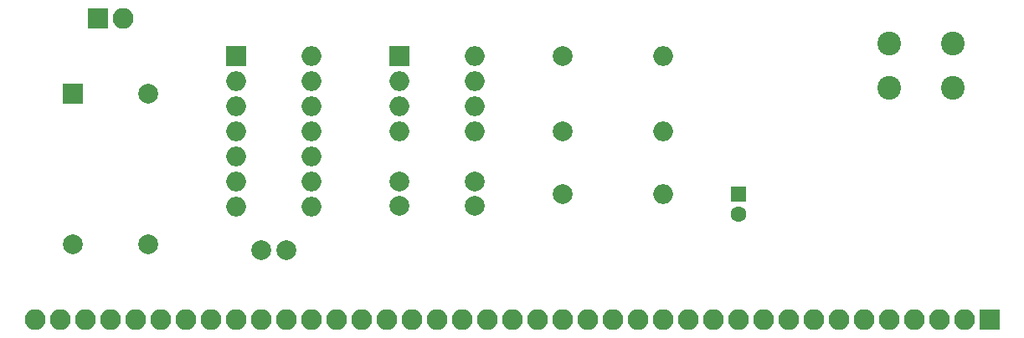
<source format=gts>
G04 #@! TF.FileFunction,Soldermask,Top*
%FSLAX46Y46*%
G04 Gerber Fmt 4.6, Leading zero omitted, Abs format (unit mm)*
G04 Created by KiCad (PCBNEW 4.0.6) date 05/15/17 22:27:35*
%MOMM*%
%LPD*%
G01*
G04 APERTURE LIST*
%ADD10C,0.100000*%
%ADD11C,2.000000*%
%ADD12O,2.000000X2.000000*%
%ADD13C,2.400000*%
%ADD14R,2.000000X2.000000*%
%ADD15R,1.600000X1.600000*%
%ADD16C,1.600000*%
%ADD17R,2.100000X2.100000*%
%ADD18O,2.100000X2.100000*%
G04 APERTURE END LIST*
D10*
D11*
X147320000Y-127000000D03*
D12*
X157480000Y-127000000D03*
D11*
X147320000Y-119380000D03*
D12*
X157480000Y-119380000D03*
D13*
X180340000Y-122610000D03*
X180340000Y-118110000D03*
X186840000Y-122610000D03*
X186840000Y-118110000D03*
D14*
X130810000Y-119380000D03*
D12*
X138430000Y-127000000D03*
X130810000Y-121920000D03*
X138430000Y-124460000D03*
X130810000Y-124460000D03*
X138430000Y-121920000D03*
X130810000Y-127000000D03*
X138430000Y-119380000D03*
D14*
X114300000Y-119380000D03*
D12*
X121920000Y-134620000D03*
X114300000Y-121920000D03*
X121920000Y-132080000D03*
X114300000Y-124460000D03*
X121920000Y-129540000D03*
X114300000Y-127000000D03*
X121920000Y-127000000D03*
X114300000Y-129540000D03*
X121920000Y-124460000D03*
X114300000Y-132080000D03*
X121920000Y-121920000D03*
X114300000Y-134620000D03*
X121920000Y-119380000D03*
D11*
X138430000Y-132080000D03*
X138430000Y-134580000D03*
D15*
X165100000Y-133350000D03*
D16*
X165100000Y-135350000D03*
D11*
X130810000Y-132080000D03*
X130810000Y-134580000D03*
X147320000Y-133350000D03*
D12*
X157480000Y-133350000D03*
D17*
X100330000Y-115570000D03*
D18*
X102870000Y-115570000D03*
D14*
X97790000Y-123190000D03*
D11*
X105410000Y-123190000D03*
X105410000Y-138430000D03*
X97790000Y-138430000D03*
D17*
X190500000Y-146050000D03*
D18*
X187960000Y-146050000D03*
X185420000Y-146050000D03*
X182880000Y-146050000D03*
X180340000Y-146050000D03*
X177800000Y-146050000D03*
X175260000Y-146050000D03*
X172720000Y-146050000D03*
X170180000Y-146050000D03*
X167640000Y-146050000D03*
X165100000Y-146050000D03*
X162560000Y-146050000D03*
X160020000Y-146050000D03*
X157480000Y-146050000D03*
X154940000Y-146050000D03*
X152400000Y-146050000D03*
X149860000Y-146050000D03*
X147320000Y-146050000D03*
X144780000Y-146050000D03*
X142240000Y-146050000D03*
X139700000Y-146050000D03*
X137160000Y-146050000D03*
X134620000Y-146050000D03*
X132080000Y-146050000D03*
X129540000Y-146050000D03*
X127000000Y-146050000D03*
X124460000Y-146050000D03*
X121920000Y-146050000D03*
X119380000Y-146050000D03*
X116840000Y-146050000D03*
X114300000Y-146050000D03*
X111760000Y-146050000D03*
X109220000Y-146050000D03*
X106680000Y-146050000D03*
X104140000Y-146050000D03*
X101600000Y-146050000D03*
X99060000Y-146050000D03*
X96520000Y-146050000D03*
X93980000Y-146050000D03*
D11*
X119380000Y-139065000D03*
X116880000Y-139065000D03*
M02*

</source>
